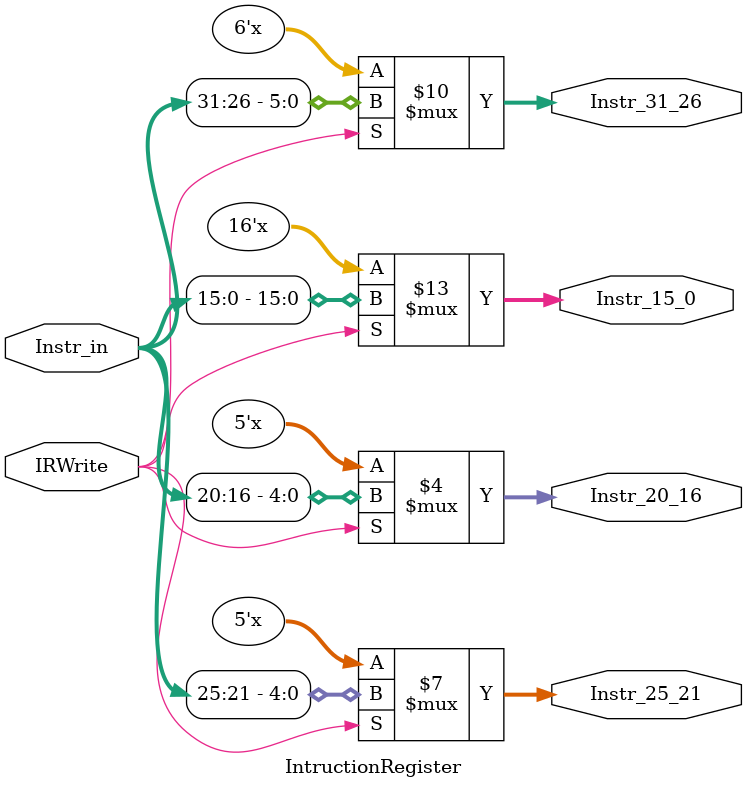
<source format=v>
module IntructionRegister(Instr_in,Instr_31_26,Instr_25_21,Instr_20_16,Instr_15_0,IRWrite);

	input IRWrite;
	input [31:0] Instr_in;
	
	output reg [15:0] Instr_15_0;
	output reg [5:0] Instr_31_26;
	output reg [4:0] Instr_25_21;
	output reg [4:0] Instr_20_16;
	
	always @ ( Instr_in or IRWrite)
	begin
	if(IRWrite==1'b1)
	begin
	Instr_15_0=Instr_in[15:0];
	Instr_31_26=Instr_in[31:26];
	Instr_25_21=Instr_in[25:21];
	Instr_20_16=Instr_in[20:16];
	end
	end

endmodule

</source>
